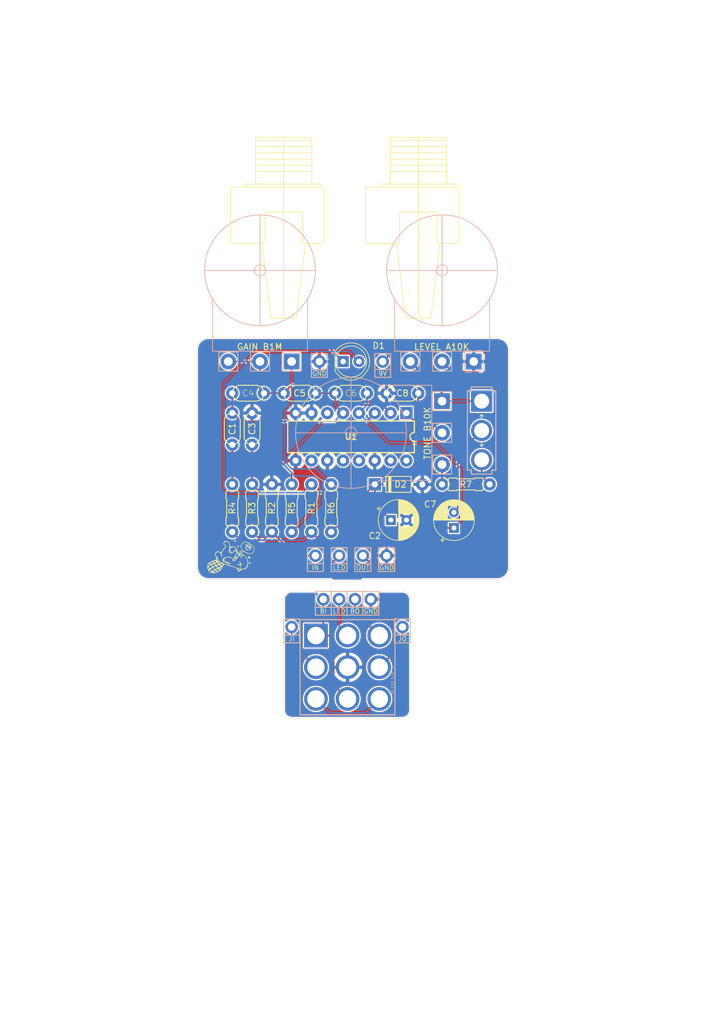
<source format=kicad_pcb>
(kicad_pcb (version 20171130) (host pcbnew "(5.1.6-0-10_14)")
  (layers (0 F.Cu signal) (31 B.Cu signal) (34 B.Paste user) (35 F.Paste user) (36 B.SilkS user) (37 F.SilkS user) (38 B.Mask user) (39 F.Mask user) (44 Edge.Cuts user))
  (net 0 "")
  (net 1 "Net-(C1-Pad2)")
  (net 2 "Net-(C1-Pad1)")
  (net 3 GND)
  (net 4 "Net-(C2-Pad1)")
  (net 5 "Net-(C4-Pad1)")
  (net 6 "Net-(C5-Pad1)")
  (net 7 "Net-(C6-Pad1)")
  (net 8 "Net-(C7-Pad2)")
  (net 9 "Net-(C8-Pad2)")
  (net 10 "Net-(D1-Pad2)")
  (net 11 "Net-(D1-Pad1)")
  (net 12 "Net-(H1-Pad1)")
  (net 13 "Net-(H2-Pad1)")
  (net 14 "Net-(H6-Pad1)")
  (net 15 "Net-(H7-Pad1)")
  (net 16 "Net-(H8-Pad1)")
  (net 17 "Net-(H9-Pad1)")
  (net 18 "Net-(H10-Pad1)")
  (net 19 "Net-(H11-Pad1)")
  (net 20 "Net-(R5-Pad2)")
  (net 21 "Net-(R7-Pad2)")
  (net 22 "Net-(R7-Pad1)")
  (net 23 "Net-(RV2-Pad1)")
  (net 24 "Net-(U1-Pad15)")
  (net 25 "Net-(U1-Pad12)")
  (net 26 "Net-(U1-Pad10)")
  (net 27 "Net-(U1-Pad6)")
  (net 28 "Net-(S1-PadP$3)")
  (net 29 GND2)
  (module logo:beaver (layer F.Cu) (at 55.626 106.172)
    (fp_text reference G*** hide)
    (fp_text value LOGO hide)
  )
  (module enclosures:DC_TOP (layer F.Cu) (at 106.045 125.73 270)
    (fp_text reference Ref** hide)
    (fp_text value Val** hide)
  )
  (module jacks:LOPRO_TOP (layer F.Cu) (at 85.725 46.99)
    (fp_text reference "" (at 0 0) (layer F.SilkS) (effects (font (size 1.524 1.524))))
    (fp_text value "" (at 0 0) (layer F.SilkS) (effects (font (size 1.524 1.524))))
  )
  (module jacks:LOPRO_TOP (layer F.Cu) (at 64.135 46.99)
    (fp_text reference "" (at 0 0) (layer F.SilkS) (effects (font (size 1.524 1.524))))
    (fp_text value "" (at 0 0) (layer F.SilkS) (effects (font (size 1.524 1.524))))
  )
  (module enclosures:1590B (layer F.Cu) (at 74.93 99.06)
    (fp_text reference "" (at 0 0) (layer F.SilkS) (effects (font (size 1.524 1.524))))
    (fp_text value "" (at 0 0) (layer F.SilkS) (effects (font (size 1.524 1.524))))
  )
  (module integrated_circuits:DIP16 (layer F.Cu) (at 74.93 86.995 180)
    (fp_text reference U1 (at 0 0) (layer F.SilkS) (effects (font (size 0.9652 0.9652) (thickness 0.18288))))
    (fp_text value 4049 hide)
    (pad 16 thru_hole oval (at -8.89 -3.81 270) (size 1.9812 1.9812) (drill 1) (layers *.Cu *.Mask))
    (pad 15 thru_hole oval (at -6.35 -3.81 270) (size 1.9812 1.9812) (drill 1) (layers *.Cu *.Mask) (net 24 "Net-(U1-Pad15)"))
    (pad 14 thru_hole oval (at -3.81 -3.81 270) (size 1.9812 1.9812) (drill 1) (layers *.Cu *.Mask) (net 3 GND))
    (pad 13 thru_hole oval (at -1.27 -3.81 270) (size 1.9812 1.9812) (drill 1) (layers *.Cu *.Mask))
    (pad 12 thru_hole oval (at 1.27 -3.81 270) (size 1.9812 1.9812) (drill 1) (layers *.Cu *.Mask) (net 25 "Net-(U1-Pad12)"))
    (pad 11 thru_hole oval (at 3.81 -3.81 270) (size 1.9812 1.9812) (drill 1) (layers *.Cu *.Mask) (net 3 GND))
    (pad 10 thru_hole oval (at 6.35 -3.81 270) (size 1.9812 1.9812) (drill 1) (layers *.Cu *.Mask) (net 26 "Net-(U1-Pad10)"))
    (pad 9 thru_hole oval (at 8.89 -3.81 270) (size 1.9812 1.9812) (drill 1) (layers *.Cu *.Mask) (net 3 GND))
    (pad 8 thru_hole oval (at 8.89 3.81 270) (size 1.9812 1.9812) (drill 1) (layers *.Cu *.Mask) (net 3 GND))
    (pad 7 thru_hole oval (at 6.35 3.81 270) (size 1.9812 1.9812) (drill 1) (layers *.Cu *.Mask) (net 3 GND))
    (pad 6 thru_hole oval (at 3.81 3.81 270) (size 1.9812 1.9812) (drill 1) (layers *.Cu *.Mask) (net 27 "Net-(U1-Pad6)"))
    (pad 5 thru_hole oval (at 1.27 3.81 270) (size 1.9812 1.9812) (drill 1) (layers *.Cu *.Mask) (net 6 "Net-(C5-Pad1)"))
    (pad 4 thru_hole oval (at -1.27 3.81 270) (size 1.9812 1.9812) (drill 1) (layers *.Cu *.Mask) (net 7 "Net-(C6-Pad1)"))
    (pad 3 thru_hole oval (at -3.81 3.81 270) (size 1.9812 1.9812) (drill 1) (layers *.Cu *.Mask) (net 2 "Net-(C1-Pad1)"))
    (pad 2 thru_hole oval (at -6.35 3.81 270) (size 1.9812 1.9812) (drill 1) (layers *.Cu *.Mask) (net 5 "Net-(C4-Pad1)"))
    (pad 1 thru_hole rect (at -8.89 3.81 270) (size 1.9812 1.9812) (drill 1) (layers *.Cu *.Mask) (net 4 "Net-(C2-Pad1)"))
  )
  (module switches:SPDT.LUGS (layer F.Cu) (at 95.885 85.979)
    (fp_text reference SW1 hide)
    (fp_text value "TONE BYPASS" hide)
    (pad 3 thru_hole oval (at 0 4.699) (size 3.416 3.416) (drill 2.4) (layers *.Cu *.Mask) (net 21 "Net-(R7-Pad2)"))
    (pad 2 thru_hole oval (at 0 0) (size 3.416 3.416) (drill 2.4) (layers *.Cu *.Mask) (net 8 "Net-(C7-Pad2)"))
    (pad 1 thru_hole rect (at 0 -4.699) (size 3.416 3.416) (drill 2.4) (layers *.Cu *.Mask) (net 23 "Net-(RV2-Pad1)"))
  )
  (module SparkFun-Electromechanical:3PDT.LUGS.SPF (layer F.Cu) (at 74.381201 123.92)
    (fp_text reference S1 hide)
    (fp_text value SWITCH-3PDT hide)
    (fp_text user "SOLDER SIDE" (at 7.239 2.54 90) (layer F.SilkS) (effects (font (size 0.38608 0.38608) (thickness 0.032512))))
    (pad P$1 thru_hole rect (at -5.08 -5.08 180) (size 3.816 3.816) (drill 2.8) (layers *.Cu *.Mask) (net 15 "Net-(H7-Pad1)"))
    (pad P$2 thru_hole oval (at -5.08 0 180) (size 3.816 3.816) (drill 2.8) (layers *.Cu *.Mask) (net 18 "Net-(H10-Pad1)"))
    (pad P$3 thru_hole oval (at -5.08 5.08 180) (size 3.816 3.816) (drill 2.8) (layers *.Cu *.Mask) (net 28 "Net-(S1-PadP$3)"))
    (pad P$4 thru_hole oval (at 0 -5.08 180) (size 3.816 3.816) (drill 2.8) (layers *.Cu *.Mask) (net 19 "Net-(H11-Pad1)"))
    (pad P$5 thru_hole oval (at 0 0 180) (size 3.816 3.816) (drill 2.8) (layers *.Cu *.Mask) (net 29 GND2))
    (pad P$6 thru_hole oval (at 0 5.08 180) (size 3.816 3.816) (drill 2.8) (layers *.Cu *.Mask) (net 15 "Net-(H7-Pad1)"))
    (pad P$7 thru_hole oval (at 5.08 -5.08 180) (size 3.816 3.816) (drill 2.8) (layers *.Cu *.Mask) (net 17 "Net-(H9-Pad1)"))
    (pad P$8 thru_hole oval (at 5.08 0 180) (size 3.816 3.816) (drill 2.8) (layers *.Cu *.Mask) (net 16 "Net-(H8-Pad1)"))
    (pad P$9 thru_hole oval (at 5.08 5.08 180) (size 3.816 3.816) (drill 2.8) (layers *.Cu *.Mask) (net 28 "Net-(S1-PadP$3)"))
  )
  (module potentiometers:16MM_B.MOUNT (layer F.Cu) (at 89.535 74.93)
    (fp_text reference RV3 hide)
    (fp_text value "LEVEL A10K" (at -0.0635 -2.3495) (layer F.SilkS))
    (pad 3 thru_hole oval (at -5.08 0 180) (size 2.54 2.54) (drill 1.4) (layers *.Cu *.Mask) (net 23 "Net-(RV2-Pad1)"))
    (pad 2 thru_hole oval (at 0 0 180) (size 2.54 2.54) (drill 1.4) (layers *.Cu *.Mask) (net 14 "Net-(H6-Pad1)"))
    (pad 1 thru_hole rect (at 5.08 0 180) (size 2.54 2.54) (drill 1.4) (layers *.Cu *.Mask) (net 3 GND))
  )
  (module potentiometers:16MM_B.MOUNT (layer F.Cu) (at 89.535 86.36 90)
    (fp_text reference RV2 hide)
    (fp_text value "TONE B10K" (at -0.0635 -2.3495 90) (layer F.SilkS))
    (pad 3 thru_hole oval (at -5.08 0 270) (size 2.54 2.54) (drill 1.4) (layers *.Cu *.Mask) (net 22 "Net-(R7-Pad1)"))
    (pad 2 thru_hole oval (at 0 0 270) (size 2.54 2.54) (drill 1.4) (layers *.Cu *.Mask) (net 9 "Net-(C8-Pad2)"))
    (pad 1 thru_hole rect (at 5.08 0 270) (size 2.54 2.54) (drill 1.4) (layers *.Cu *.Mask) (net 23 "Net-(RV2-Pad1)"))
  )
  (module potentiometers:16MM_B.MOUNT (layer F.Cu) (at 60.325 74.93)
    (fp_text reference RV1 hide)
    (fp_text value "GAIN B1M" (at -0.0635 -2.3495) (layer F.SilkS))
    (pad 3 thru_hole oval (at -5.08 0 180) (size 2.54 2.54) (drill 1.4) (layers *.Cu *.Mask) (net 5 "Net-(C4-Pad1)"))
    (pad 2 thru_hole oval (at 0 0 180) (size 2.54 2.54) (drill 1.4) (layers *.Cu *.Mask) (net 5 "Net-(C4-Pad1)"))
    (pad 1 thru_hole rect (at 5.08 0 180) (size 2.54 2.54) (drill 1.4) (layers *.Cu *.Mask) (net 20 "Net-(R5-Pad2)"))
  )
  (module resistors:0.3_22.B (layer F.Cu) (at 93.345 94.615)
    (fp_text reference R7 (at 0 0) (layer F.SilkS))
    (fp_text value 820R hide)
    (pad 2 thru_hole oval (at 3.81 0) (size 2 2) (drill 1) (layers *.Cu *.Mask) (net 21 "Net-(R7-Pad2)"))
    (pad 1 thru_hole oval (at -3.81 0) (size 2 2) (drill 1) (layers *.Cu *.Mask) (net 22 "Net-(R7-Pad1)"))
  )
  (module resistors:0.3_22.B (layer F.Cu) (at 71.755 98.425 270)
    (fp_text reference R6 (at 0 0 90) (layer F.SilkS))
    (fp_text value 1M hide)
    (pad 2 thru_hole oval (at 3.81 0 270) (size 2 2) (drill 1) (layers *.Cu *.Mask) (net 7 "Net-(C6-Pad1)"))
    (pad 1 thru_hole oval (at -3.81 0 270) (size 2 2) (drill 1) (layers *.Cu *.Mask) (net 6 "Net-(C5-Pad1)"))
  )
  (module resistors:0.3_22.B (layer F.Cu) (at 65.405 98.425 270)
    (fp_text reference R5 (at 0 0 90) (layer F.SilkS))
    (fp_text value 100k hide)
    (pad 2 thru_hole oval (at 3.81 0 270) (size 2 2) (drill 1) (layers *.Cu *.Mask) (net 20 "Net-(R5-Pad2)"))
    (pad 1 thru_hole oval (at -3.81 0 270) (size 2 2) (drill 1) (layers *.Cu *.Mask) (net 2 "Net-(C1-Pad1)"))
  )
  (module resistors:0.3_22.B (layer F.Cu) (at 55.88 98.425 270)
    (fp_text reference R4 (at 0 0 90) (layer F.SilkS))
    (fp_text value 100k hide)
    (pad 2 thru_hole oval (at 3.81 0 270) (size 2 2) (drill 1) (layers *.Cu *.Mask) (net 13 "Net-(H2-Pad1)"))
    (pad 1 thru_hole oval (at -3.81 0 270) (size 2 2) (drill 1) (layers *.Cu *.Mask) (net 1 "Net-(C1-Pad2)"))
  )
  (module resistors:0.3_22.B (layer F.Cu) (at 59.055 98.425 270)
    (fp_text reference R3 (at 0 0 90) (layer F.SilkS))
    (fp_text value 1k hide)
    (pad 2 thru_hole oval (at 3.81 0 270) (size 2 2) (drill 1) (layers *.Cu *.Mask) (net 12 "Net-(H1-Pad1)"))
    (pad 1 thru_hole oval (at -3.81 0 270) (size 2 2) (drill 1) (layers *.Cu *.Mask) (net 4 "Net-(C2-Pad1)"))
  )
  (module resistors:0.3_22.B (layer F.Cu) (at 62.23 98.425 90)
    (fp_text reference R2 (at 0 0 90) (layer F.SilkS))
    (fp_text value 1M hide)
    (pad 2 thru_hole oval (at 3.81 0 90) (size 2 2) (drill 1) (layers *.Cu *.Mask) (net 3 GND))
    (pad 1 thru_hole oval (at -3.81 0 90) (size 2 2) (drill 1) (layers *.Cu *.Mask) (net 13 "Net-(H2-Pad1)"))
  )
  (module resistors:0.3_22.B (layer F.Cu) (at 68.58 98.425 90)
    (fp_text reference R1 (at 0 0 90) (layer F.SilkS))
    (fp_text value 4k7 hide)
    (pad 2 thru_hole oval (at 3.81 0 90) (size 2 2) (drill 1) (layers *.Cu *.Mask) (net 10 "Net-(D1-Pad2)"))
    (pad 1 thru_hole oval (at -3.81 0 90) (size 2 2) (drill 1) (layers *.Cu *.Mask) (net 12 "Net-(H1-Pad1)"))
  )
  (module supply_pins:PAD1 (layer F.Cu) (at 78.105 113.03)
    (fp_text reference H12 hide)
    (fp_text value GND (at 0 1.905) (layer F.SilkS) (effects (font (size 0.75 0.75) (thickness 0.1))))
    (pad 1 thru_hole oval (at 0 0) (size 2.032 2.032) (drill 1.2) (layers *.Cu *.Mask) (net 29 GND2))
  )
  (module supply_pins:PAD1 (layer F.Cu) (at 73.025 113.03)
    (fp_text reference H11 hide)
    (fp_text value LED (at 0 1.905) (layer F.SilkS) (effects (font (size 0.75 0.75) (thickness 0.1))))
    (pad 1 thru_hole oval (at 0 0) (size 2.032 2.032) (drill 1.2) (layers *.Cu *.Mask) (net 19 "Net-(H11-Pad1)"))
  )
  (module supply_pins:PAD1 (layer F.Cu) (at 65.405 117.475)
    (fp_text reference H10 hide)
    (fp_text value JI (at 0 1.905) (layer F.SilkS) (effects (font (size 0.75 0.75) (thickness 0.1))))
    (pad 1 thru_hole oval (at 0 0) (size 2.032 2.032) (drill 1.2) (layers *.Cu *.Mask) (net 18 "Net-(H10-Pad1)"))
  )
  (module supply_pins:PAD1 (layer F.Cu) (at 75.565 113.03)
    (fp_text reference H9 hide)
    (fp_text value BO (at 0 1.905) (layer F.SilkS) (effects (font (size 0.75 0.75) (thickness 0.1))))
    (pad 1 thru_hole oval (at 0 0) (size 2.032 2.032) (drill 1.2) (layers *.Cu *.Mask) (net 17 "Net-(H9-Pad1)"))
  )
  (module supply_pins:PAD1 (layer F.Cu) (at 83.185 117.475)
    (fp_text reference H8 hide)
    (fp_text value JO (at 0 1.905) (layer F.SilkS) (effects (font (size 0.75 0.75) (thickness 0.1))))
    (pad 1 thru_hole oval (at 0 0) (size 2.032 2.032) (drill 1.2) (layers *.Cu *.Mask) (net 16 "Net-(H8-Pad1)"))
  )
  (module supply_pins:PAD1 (layer F.Cu) (at 70.485 113.03)
    (fp_text reference H7 hide)
    (fp_text value BI (at 0 1.905) (layer F.SilkS) (effects (font (size 0.75 0.75) (thickness 0.1))))
    (pad 1 thru_hole oval (at 0 0) (size 2.032 2.032) (drill 1.2) (layers *.Cu *.Mask) (net 15 "Net-(H7-Pad1)"))
  )
  (module supply_pins:PAD1 (layer F.Cu) (at 76.835 106.045)
    (fp_text reference H6 hide)
    (fp_text value OUT (at 0 1.905) (layer F.SilkS) (effects (font (size 0.75 0.75) (thickness 0.1))))
    (pad 1 thru_hole oval (at 0 0) (size 2.032 2.032) (drill 1.2) (layers *.Cu *.Mask) (net 14 "Net-(H6-Pad1)"))
  )
  (module supply_pins:PAD1 (layer F.Cu) (at 69.85 74.93)
    (fp_text reference H5 hide)
    (fp_text value GND (at 0 1.905) (layer F.SilkS) (effects (font (size 0.75 0.75) (thickness 0.1))))
    (pad 1 thru_hole oval (at 0 0) (size 2.032 2.032) (drill 1.2) (layers *.Cu *.Mask) (net 3 GND))
  )
  (module supply_pins:PAD1 (layer F.Cu) (at 73.025 106.045)
    (fp_text reference H4 hide)
    (fp_text value LED (at 0 1.905) (layer F.SilkS) (effects (font (size 0.75 0.75) (thickness 0.1))))
    (pad 1 thru_hole oval (at 0 0) (size 2.032 2.032) (drill 1.2) (layers *.Cu *.Mask) (net 11 "Net-(D1-Pad1)"))
  )
  (module supply_pins:PAD1 (layer F.Cu) (at 80.645 106.045)
    (fp_text reference H3 hide)
    (fp_text value GND (at 0 1.905) (layer F.SilkS) (effects (font (size 0.75 0.75) (thickness 0.1))))
    (pad 1 thru_hole oval (at 0 0) (size 2.032 2.032) (drill 1.2) (layers *.Cu *.Mask) (net 3 GND))
  )
  (module supply_pins:PAD1 (layer F.Cu) (at 69.215 106.045)
    (fp_text reference H2 hide)
    (fp_text value IN (at 0 1.905) (layer F.SilkS) (effects (font (size 0.75 0.75) (thickness 0.1))))
    (pad 1 thru_hole oval (at 0 0) (size 2.032 2.032) (drill 1.2) (layers *.Cu *.Mask) (net 13 "Net-(H2-Pad1)"))
  )
  (module supply_pins:PAD1 (layer F.Cu) (at 80.01 74.93)
    (fp_text reference H1 hide)
    (fp_text value 9V (at 0 1.905) (layer F.SilkS) (effects (font (size 0.75 0.75) (thickness 0.1))))
    (pad 1 thru_hole oval (at 0 0) (size 2.032 2.032) (drill 1.2) (layers *.Cu *.Mask) (net 12 "Net-(H1-Pad1)"))
  )
  (module diodes:DO41-3 (layer F.Cu) (at 82.55 94.615)
    (fp_text reference D2 (at 0.3175 0) (layer F.SilkS))
    (fp_text value 1N4007 hide)
    (pad 1 thru_hole rect (at -3.81 0) (size 2 2) (drill 1) (layers *.Cu *.Mask) (net 4 "Net-(C2-Pad1)"))
    (pad 2 thru_hole oval (at 3.81 0) (size 2 2) (drill 1) (layers *.Cu *.Mask) (net 3 GND))
  )
  (module LED_THT:LED_D5.0mm (layer F.Cu) (at 73.66 74.93)
    (fp_text reference D1 (at 5.715 -2.54) (layer F.SilkS))
    (fp_text value LED hide)
    (pad 2 thru_hole circle (at 2.54 0) (size 1.8 1.8) (drill 0.9) (layers *.Cu *.Mask) (net 10 "Net-(D1-Pad2)"))
    (pad 1 thru_hole rect (at 0 0) (size 1.8 1.8) (drill 0.9) (layers *.Cu *.Mask) (net 11 "Net-(D1-Pad1)"))
  )
  (module caps-film:0.2_22.SML (layer F.Cu) (at 83.185 80.01)
    (fp_text reference C8 (at 0 0) (layer F.SilkS))
    (fp_text value 20n hide)
    (pad 2 thru_hole oval (at 2.54 0) (size 2 2) (drill 1) (layers *.Cu *.Mask) (net 9 "Net-(C8-Pad2)"))
    (pad 1 thru_hole oval (at -2.54 0) (size 2 2) (drill 1) (layers *.Cu *.Mask) (net 3 GND))
  )
  (module Capacitor_THT:CP_Radial_D6.3mm_P2.50mm (layer F.Cu) (at 91.44 101.6 90)
    (fp_text reference C7 (at 3.81 -3.81 180) (layer F.SilkS))
    (fp_text value 10uF hide)
    (pad 2 thru_hole circle (at 2.5 0 90) (size 1.6 1.6) (drill 0.8) (layers *.Cu *.Mask) (net 8 "Net-(C7-Pad2)"))
    (pad 1 thru_hole rect (at 0 0 90) (size 1.6 1.6) (drill 0.8) (layers *.Cu *.Mask) (net 7 "Net-(C6-Pad1)"))
  )
  (module caps-film:0.2%22.SML (layer F.Cu) (at 74.93 80.01 180)
    (fp_text reference C6 (at 0 0) (layer F.SilkS) (effects (font (size 0.9652 0.9652) (thickness 0.08128))))
    (fp_text value 100pF hide)
    (pad 2 thru_hole oval (at 2.54 0 180) (size 2 2) (drill 1) (layers *.Cu *.Mask) (net 6 "Net-(C5-Pad1)"))
    (pad 1 thru_hole oval (at -2.54 0 180) (size 2 2) (drill 1) (layers *.Cu *.Mask) (net 7 "Net-(C6-Pad1)"))
  )
  (module caps-film:0.2_22.SML (layer F.Cu) (at 66.675 80.01 180)
    (fp_text reference C5 (at 0 0) (layer F.SilkS))
    (fp_text value 33nF hide)
    (pad 2 thru_hole oval (at 2.54 0 180) (size 2 2) (drill 1) (layers *.Cu *.Mask) (net 5 "Net-(C4-Pad1)"))
    (pad 1 thru_hole oval (at -2.54 0 180) (size 2 2) (drill 1) (layers *.Cu *.Mask) (net 6 "Net-(C5-Pad1)"))
  )
  (module caps-film:0.2%22.SML (layer F.Cu) (at 58.42 80.01 180)
    (fp_text reference C4 (at 0 0) (layer F.SilkS) (effects (font (size 0.9652 0.9652) (thickness 0.08128))))
    (fp_text value 51pF hide)
    (pad 2 thru_hole oval (at 2.54 0 180) (size 2 2) (drill 1) (layers *.Cu *.Mask) (net 2 "Net-(C1-Pad1)"))
    (pad 1 thru_hole oval (at -2.54 0 180) (size 2 2) (drill 1) (layers *.Cu *.Mask) (net 5 "Net-(C4-Pad1)"))
  )
  (module caps-film:0.2_22.SML (layer F.Cu) (at 59.055 85.725 270)
    (fp_text reference C3 (at 0 0 90) (layer F.SilkS))
    (fp_text value 100nF hide)
    (pad 2 thru_hole oval (at 2.54 0 270) (size 2 2) (drill 1) (layers *.Cu *.Mask) (net 4 "Net-(C2-Pad1)"))
    (pad 1 thru_hole oval (at -2.54 0 270) (size 2 2) (drill 1) (layers *.Cu *.Mask) (net 3 GND))
  )
  (module Capacitor_THT:CP_Radial_D6.3mm_P2.50mm (layer F.Cu) (at 81.32 100.33)
    (fp_text reference C2 (at -2.58 2.54) (layer F.SilkS))
    (fp_text value 100uF hide)
    (pad 2 thru_hole circle (at 2.5 0) (size 1.6 1.6) (drill 0.8) (layers *.Cu *.Mask) (net 3 GND))
    (pad 1 thru_hole rect (at 0 0) (size 1.6 1.6) (drill 0.8) (layers *.Cu *.Mask) (net 4 "Net-(C2-Pad1)"))
  )
  (module caps-film:0.2_22.SML (layer F.Cu) (at 55.88 85.725 270)
    (fp_text reference C1 (at 0 0 90) (layer F.SilkS))
    (fp_text value 68nF hide)
    (pad 2 thru_hole oval (at 2.54 0 270) (size 2 2) (drill 1) (layers *.Cu *.Mask) (net 1 "Net-(C1-Pad2)"))
    (pad 1 thru_hole oval (at -2.54 0 270) (size 2 2) (drill 1) (layers *.Cu *.Mask) (net 2 "Net-(C1-Pad1)"))
  )
  (gr_line (start 50.165 107.95) (end 50.165 73.025) (layer Edge.Cuts) (width 0.05))
  (gr_line (start 71.755 109.855) (end 52.07 109.855) (layer Edge.Cuts) (width 0.05))
  (gr_line (start 71.755 111.76) (end 71.755 109.855) (layer Edge.Cuts) (width 0.05))
  (gr_line (start 65.405 111.76) (end 71.755 111.76) (layer Edge.Cuts) (width 0.05))
  (gr_line (start 64.135 130.81) (end 64.135 113.03) (layer Edge.Cuts) (width 0.05))
  (gr_line (start 83.185 132.08) (end 65.405 132.08) (layer Edge.Cuts) (width 0.05))
  (gr_line (start 84.455 113.03) (end 84.455 130.81) (layer Edge.Cuts) (width 0.05))
  (gr_line (start 76.835 111.76) (end 83.185 111.76) (layer Edge.Cuts) (width 0.05))
  (gr_line (start 76.835 109.855) (end 76.835 111.76) (layer Edge.Cuts) (width 0.05))
  (gr_line (start 98.425 109.855) (end 76.835 109.855) (layer Edge.Cuts) (width 0.05))
  (gr_line (start 100.33 73.025) (end 100.33 107.95) (layer Edge.Cuts) (width 0.05))
  (gr_line (start 52.07 71.12) (end 98.425 71.12) (layer Edge.Cuts) (width 0.05))
  (gr_arc (start 65.405 130.81) (end 64.135 130.81) (angle -90) (layer Edge.Cuts) (width 0.05))
  (gr_arc (start 83.185 130.81) (end 83.185 132.08) (angle -90) (layer Edge.Cuts) (width 0.05))
  (gr_arc (start 65.405 113.03) (end 65.405 111.76) (angle -90) (layer Edge.Cuts) (width 0.05))
  (gr_arc (start 83.185 113.03) (end 84.455 113.03) (angle -90) (layer Edge.Cuts) (width 0.05))
  (gr_arc (start 98.425 107.95) (end 98.425 109.855) (angle -90) (layer Edge.Cuts) (width 0.05))
  (gr_arc (start 52.07 107.95) (end 50.165 107.95) (angle -90) (layer Edge.Cuts) (width 0.05))
  (gr_arc (start 52.07 73.025) (end 52.07 71.12) (angle -90) (layer Edge.Cuts) (width 0.05))
  (gr_arc (start 98.425 73.025) (end 100.33 73.025) (angle -90) (layer Edge.Cuts) (width 0.05))
  (segment (start 55.88 88.265) (end 55.88 94.615) (width 0.25) (layer F.Cu) (net 1))
  (segment (start 55.88 80.01) (end 55.88 83.185) (width 0.25) (layer F.Cu) (net 2))
  (segment (start 65.405 92.71) (end 65.405 94.615) (width 0.25) (layer F.Cu) (net 2))
  (segment (start 55.88 83.185) (end 65.405 92.71) (width 0.25) (layer F.Cu) (net 2))
  (segment (start 57.205001 84.510001) (end 55.88 83.185) (width 0.25) (layer F.Cu) (net 2))
  (segment (start 77.414999 84.510001) (end 57.205001 84.510001) (width 0.25) (layer F.Cu) (net 2))
  (segment (start 78.74 83.185) (end 77.414999 84.510001) (width 0.25) (layer F.Cu) (net 2))
  (segment (start 80.645 80.01) (end 80.01 80.01) (width 0.25) (layer B.Cu) (net 3))
  (segment (start 59.055 88.265) (end 59.055 94.615) (width 0.25) (layer F.Cu) (net 4))
  (segment (start 78.74 97.75) (end 81.32 100.33) (width 0.25) (layer F.Cu) (net 4))
  (segment (start 78.74 94.615) (end 78.74 97.75) (width 0.25) (layer F.Cu) (net 4))
  (segment (start 81.95709 94.615) (end 78.74 94.615) (width 0.25) (layer F.Cu) (net 4))
  (segment (start 85.135601 91.436489) (end 81.95709 94.615) (width 0.25) (layer F.Cu) (net 4))
  (segment (start 85.135601 84.500601) (end 85.135601 91.436489) (width 0.25) (layer F.Cu) (net 4))
  (segment (start 83.82 83.185) (end 85.135601 84.500601) (width 0.25) (layer F.Cu) (net 4))
  (segment (start 77.414999 95.940001) (end 78.74 94.615) (width 0.25) (layer F.Cu) (net 4))
  (segment (start 60.380001 95.940001) (end 77.414999 95.940001) (width 0.25) (layer F.Cu) (net 4))
  (segment (start 59.055 94.615) (end 60.380001 95.940001) (width 0.25) (layer F.Cu) (net 4))
  (segment (start 55.245 74.93) (end 60.325 74.93) (width 0.25) (layer F.Cu) (net 5))
  (segment (start 60.325 79.375) (end 60.96 80.01) (width 0.25) (layer F.Cu) (net 5))
  (segment (start 60.325 74.93) (end 60.325 79.375) (width 0.25) (layer F.Cu) (net 5))
  (segment (start 64.135 80.01) (end 60.96 80.01) (width 0.25) (layer F.Cu) (net 5))
  (segment (start 76.210401 81.869399) (end 73.026001 78.684999) (width 0.25) (layer F.Cu) (net 5))
  (segment (start 79.964399 81.869399) (end 76.210401 81.869399) (width 0.25) (layer F.Cu) (net 5))
  (segment (start 65.460001 78.684999) (end 64.135 80.01) (width 0.25) (layer F.Cu) (net 5))
  (segment (start 73.026001 78.684999) (end 65.460001 78.684999) (width 0.25) (layer F.Cu) (net 5))
  (segment (start 81.28 83.185) (end 79.964399 81.869399) (width 0.25) (layer F.Cu) (net 5))
  (segment (start 69.215 80.01) (end 72.39 80.01) (width 0.25) (layer F.Cu) (net 6))
  (segment (start 72.344399 84.500601) (end 73.66 83.185) (width 0.25) (layer B.Cu) (net 6))
  (segment (start 64.724399 90.173511) (end 70.397309 84.500601) (width 0.25) (layer B.Cu) (net 6))
  (segment (start 64.724399 91.436489) (end 64.724399 90.173511) (width 0.25) (layer B.Cu) (net 6))
  (segment (start 65.408511 92.120601) (end 64.724399 91.436489) (width 0.25) (layer B.Cu) (net 6))
  (segment (start 69.260601 92.120601) (end 65.408511 92.120601) (width 0.25) (layer B.Cu) (net 6))
  (segment (start 71.755 94.615) (end 69.260601 92.120601) (width 0.25) (layer B.Cu) (net 6))
  (segment (start 70.397309 84.500601) (end 72.344399 84.500601) (width 0.25) (layer B.Cu) (net 6))
  (segment (start 72.39 81.915) (end 73.66 83.185) (width 0.25) (layer B.Cu) (net 6))
  (segment (start 72.39 80.01) (end 72.39 81.915) (width 0.25) (layer B.Cu) (net 6))
  (segment (start 77.47 81.915) (end 76.2 83.185) (width 0.25) (layer B.Cu) (net 7))
  (segment (start 79.714997 100.909999) (end 80.404998 101.6) (width 0.25) (layer F.Cu) (net 7))
  (segment (start 80.404998 101.6) (end 91.44 101.6) (width 0.25) (layer F.Cu) (net 7))
  (segment (start 73.080001 100.909999) (end 79.714997 100.909999) (width 0.25) (layer F.Cu) (net 7))
  (segment (start 71.755 102.235) (end 73.080001 100.909999) (width 0.25) (layer F.Cu) (net 7))
  (segment (start 92.565001 100.474999) (end 91.44 101.6) (width 0.25) (layer B.Cu) (net 7))
  (segment (start 92.565001 92.109399) (end 92.565001 100.474999) (width 0.25) (layer B.Cu) (net 7))
  (segment (start 80.970001 87.955001) (end 88.410603 87.955001) (width 0.25) (layer B.Cu) (net 7))
  (segment (start 88.410603 87.955001) (end 92.565001 92.109399) (width 0.25) (layer B.Cu) (net 7))
  (segment (start 76.2 83.185) (end 80.970001 87.955001) (width 0.25) (layer B.Cu) (net 7))
  (segment (start 77.47 80.01) (end 77.47 81.915) (width 0.25) (layer B.Cu) (net 7))
  (segment (start 95.885 85.979) (end 92.075 89.789) (width 0.25) (layer F.Cu) (net 8))
  (segment (start 92.075 98.465) (end 91.44 99.1) (width 0.25) (layer F.Cu) (net 8))
  (segment (start 92.075 89.789) (end 92.075 98.465) (width 0.25) (layer F.Cu) (net 8))
  (segment (start 85.725 82.55) (end 89.535 86.36) (width 0.25) (layer F.Cu) (net 9))
  (segment (start 85.725 80.01) (end 85.725 82.55) (width 0.25) (layer F.Cu) (net 9))
  (segment (start 55.243999 95.940001) (end 67.254999 95.940001) (width 0.25) (layer B.Cu) (net 10))
  (segment (start 54.554999 95.251001) (end 55.243999 95.940001) (width 0.25) (layer B.Cu) (net 10))
  (segment (start 54.554999 78.339399) (end 54.554999 95.251001) (width 0.25) (layer B.Cu) (net 10))
  (segment (start 67.254999 95.940001) (end 68.58 94.615) (width 0.25) (layer B.Cu) (net 10))
  (segment (start 59.559399 73.334999) (end 54.554999 78.339399) (width 0.25) (layer B.Cu) (net 10))
  (segment (start 74.604999 73.334999) (end 59.559399 73.334999) (width 0.25) (layer B.Cu) (net 10))
  (segment (start 76.2 74.93) (end 74.604999 73.334999) (width 0.25) (layer B.Cu) (net 10))
  (segment (start 71.233989 107.836011) (end 73.025 106.045) (width 0.25) (layer F.Cu) (net 11))
  (segment (start 58.883599 107.836011) (end 71.233989 107.836011) (width 0.25) (layer F.Cu) (net 11))
  (segment (start 53.199989 102.152401) (end 58.883599 107.836011) (width 0.25) (layer F.Cu) (net 11))
  (segment (start 73.66 74.93) (end 70.866 72.136) (width 0.25) (layer F.Cu) (net 11))
  (segment (start 55.118 72.136) (end 53.199989 74.054011) (width 0.25) (layer F.Cu) (net 11))
  (segment (start 70.866 72.136) (end 55.118 72.136) (width 0.25) (layer F.Cu) (net 11))
  (segment (start 53.199989 74.054011) (end 53.199989 102.152401) (width 0.25) (layer F.Cu) (net 11))
  (segment (start 53.199989 73.977999) (end 53.199989 74.054011) (width 0.25) (layer F.Cu) (net 11))
  (segment (start 96.145001 73.334999) (end 81.605001 73.334999) (width 0.25) (layer F.Cu) (net 12))
  (segment (start 98.930011 76.120009) (end 96.145001 73.334999) (width 0.25) (layer F.Cu) (net 12))
  (segment (start 76.72101 107.83601) (end 88.025402 107.83601) (width 0.25) (layer F.Cu) (net 12))
  (segment (start 72.445001 103.560001) (end 76.72101 107.83601) (width 0.25) (layer F.Cu) (net 12))
  (segment (start 98.930011 96.931401) (end 98.930011 76.120009) (width 0.25) (layer F.Cu) (net 12))
  (segment (start 69.905001 103.560001) (end 72.445001 103.560001) (width 0.25) (layer F.Cu) (net 12))
  (segment (start 81.605001 73.334999) (end 80.01 74.93) (width 0.25) (layer F.Cu) (net 12))
  (segment (start 88.025402 107.83601) (end 98.930011 96.931401) (width 0.25) (layer F.Cu) (net 12))
  (segment (start 68.58 102.235) (end 69.905001 103.560001) (width 0.25) (layer F.Cu) (net 12))
  (segment (start 60.380001 103.560001) (end 59.055 102.235) (width 0.25) (layer B.Cu) (net 12))
  (segment (start 67.254999 103.560001) (end 60.380001 103.560001) (width 0.25) (layer B.Cu) (net 12))
  (segment (start 68.58 102.235) (end 67.254999 103.560001) (width 0.25) (layer B.Cu) (net 12))
  (segment (start 66.04 106.045) (end 69.215 106.045) (width 0.25) (layer F.Cu) (net 13))
  (segment (start 62.23 102.235) (end 66.04 106.045) (width 0.25) (layer F.Cu) (net 13))
  (segment (start 60.904999 103.560001) (end 62.23 102.235) (width 0.25) (layer F.Cu) (net 13))
  (segment (start 57.205001 103.560001) (end 60.904999 103.560001) (width 0.25) (layer F.Cu) (net 13))
  (segment (start 55.88 102.235) (end 57.205001 103.560001) (width 0.25) (layer F.Cu) (net 13))
  (segment (start 91.130001 76.525001) (end 89.535 74.93) (width 0.25) (layer F.Cu) (net 14))
  (segment (start 98.480001 79.873999) (end 95.131003 76.525001) (width 0.25) (layer F.Cu) (net 14))
  (segment (start 95.131003 76.525001) (end 91.130001 76.525001) (width 0.25) (layer F.Cu) (net 14))
  (segment (start 98.480001 96.745001) (end 98.480001 79.873999) (width 0.25) (layer F.Cu) (net 14))
  (segment (start 87.839001 107.386001) (end 98.480001 96.745001) (width 0.25) (layer F.Cu) (net 14))
  (segment (start 78.176001 107.386001) (end 87.839001 107.386001) (width 0.25) (layer F.Cu) (net 14))
  (segment (start 76.835 106.045) (end 78.176001 107.386001) (width 0.25) (layer F.Cu) (net 14))
  (segment (start 70.485 117.656201) (end 69.301201 118.84) (width 0.25) (layer F.Cu) (net 15))
  (segment (start 70.485 113.03) (end 70.485 117.656201) (width 0.25) (layer F.Cu) (net 15))
  (segment (start 72.1482 119.528999) (end 72.1482 126.766999) (width 0.25) (layer F.Cu) (net 15))
  (segment (start 71.459201 118.84) (end 72.1482 119.528999) (width 0.25) (layer F.Cu) (net 15))
  (segment (start 72.1482 126.766999) (end 74.381201 129) (width 0.25) (layer F.Cu) (net 15))
  (segment (start 69.301201 118.84) (end 71.459201 118.84) (width 0.25) (layer F.Cu) (net 15))
  (segment (start 83.185 120.196201) (end 79.461201 123.92) (width 0.25) (layer F.Cu) (net 16))
  (segment (start 83.185 117.475) (end 83.185 120.196201) (width 0.25) (layer F.Cu) (net 16))
  (segment (start 78.105 117.483799) (end 79.461201 118.84) (width 0.25) (layer F.Cu) (net 17))
  (segment (start 75.565 114.943799) (end 79.461201 118.84) (width 0.25) (layer F.Cu) (net 17))
  (segment (start 75.565 113.03) (end 75.565 114.943799) (width 0.25) (layer F.Cu) (net 17))
  (segment (start 65.405 120.023799) (end 69.301201 123.92) (width 0.25) (layer F.Cu) (net 18))
  (segment (start 65.405 117.475) (end 65.405 120.023799) (width 0.25) (layer F.Cu) (net 18))
  (segment (start 75.565 117.656201) (end 74.381201 118.84) (width 0.25) (layer F.Cu) (net 19))
  (segment (start 73.025 117.483799) (end 74.381201 118.84) (width 0.25) (layer F.Cu) (net 19))
  (segment (start 73.025 117.483799) (end 74.381201 118.84) (width 0.25) (layer B.Cu) (net 19))
  (segment (start 73.025 113.03) (end 73.025 117.483799) (width 0.25) (layer B.Cu) (net 19))
  (segment (start 69.905001 97.734999) (end 65.405 102.235) (width 0.25) (layer B.Cu) (net 20))
  (segment (start 69.216001 93.289999) (end 69.905001 93.978999) (width 0.25) (layer B.Cu) (net 20))
  (segment (start 65.941499 93.289999) (end 69.216001 93.289999) (width 0.25) (layer B.Cu) (net 20))
  (segment (start 64.274389 83.055011) (end 64.27439 91.62289) (width 0.25) (layer B.Cu) (net 20))
  (segment (start 65.460001 81.869399) (end 64.274389 83.055011) (width 0.25) (layer B.Cu) (net 20))
  (segment (start 69.905001 93.978999) (end 69.905001 97.734999) (width 0.25) (layer B.Cu) (net 20))
  (segment (start 65.460001 79.373999) (end 65.460001 81.869399) (width 0.25) (layer B.Cu) (net 20))
  (segment (start 65.405 79.318998) (end 65.460001 79.373999) (width 0.25) (layer B.Cu) (net 20))
  (segment (start 64.27439 91.62289) (end 65.941499 93.289999) (width 0.25) (layer B.Cu) (net 20))
  (segment (start 65.405 74.93) (end 65.405 79.318998) (width 0.25) (layer B.Cu) (net 20))
  (segment (start 95.885 93.345) (end 97.155 94.615) (width 0.25) (layer F.Cu) (net 21))
  (segment (start 95.885 90.678) (end 95.885 93.345) (width 0.25) (layer F.Cu) (net 21))
  (segment (start 89.535 91.44) (end 89.535 94.615) (width 0.25) (layer F.Cu) (net 22))
  (segment (start 89.535 80.01) (end 89.535 81.28) (width 0.25) (layer F.Cu) (net 23))
  (segment (start 84.455 74.93) (end 89.535 80.01) (width 0.25) (layer F.Cu) (net 23))
  (segment (start 89.535 81.28) (end 95.885 81.28) (width 0.25) (layer B.Cu) (net 23))
  (segment (start 77.2282 131.233001) (end 79.461201 129) (width 0.25) (layer B.Cu) (net 28))
  (segment (start 71.534202 131.233001) (end 77.2282 131.233001) (width 0.25) (layer B.Cu) (net 28))
  (segment (start 69.301201 129) (end 71.534202 131.233001) (width 0.25) (layer B.Cu) (net 28))
  (zone (net 3) (net_name GND) (layer B.Cu) (connect_pads (clearance 0.2)) (min_thickness 0.254) (fill yes (arc_segments 32) (thermal_gap 0.508) (thermal_bridge_width 0.508))
    (polygon (pts (xy 100.33 109.855) (xy 50.165 109.855) (xy 50.165 71.12) (xy 100.33 71.12)))
  )
  (zone (net 3) (net_name GND) (layer F.Cu) (connect_pads (clearance 0.2)) (min_thickness 0.254) (fill yes (arc_segments 32) (thermal_gap 0.508) (thermal_bridge_width 0.508))
    (polygon (pts (xy 100.33 109.855) (xy 50.165 109.855) (xy 50.165 71.12) (xy 100.33 71.12)))
  )
  (zone (net 29) (net_name GND2) (layer F.Cu) (connect_pads (clearance 0.2)) (min_thickness 0.254) (fill yes (arc_segments 32) (thermal_gap 0.508) (thermal_bridge_width 0.508))
    (polygon (pts (xy 84.455 132.08) (xy 64.135 132.08) (xy 64.135 111.76) (xy 84.455 111.76)))
  )
  (zone (net 29) (net_name GND2) (layer B.Cu) (connect_pads (clearance 0.2)) (min_thickness 0.254) (fill yes (arc_segments 32) (thermal_gap 0.508) (thermal_bridge_width 0.508))
    (polygon (pts (xy 84.455 132.08) (xy 64.135 132.08) (xy 64.135 111.76) (xy 84.455 111.76)))
  )
)
</source>
